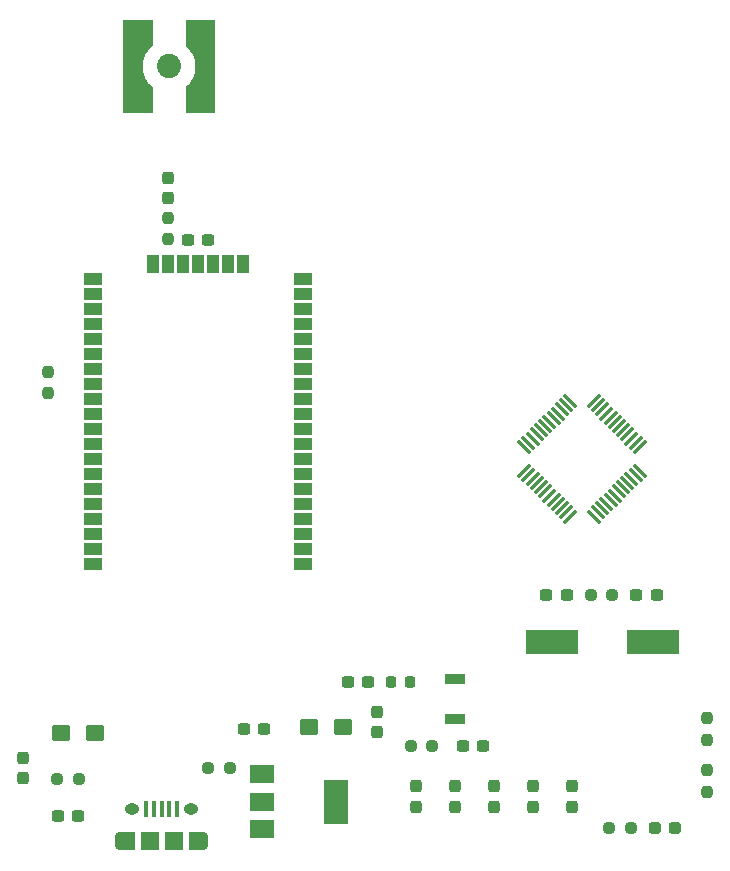
<source format=gbr>
%TF.GenerationSoftware,KiCad,Pcbnew,7.0.5*%
%TF.CreationDate,2024-05-26T12:51:26+03:00*%
%TF.ProjectId,LoRa_MuPr-VAF4751_L,4c6f5261-5f4d-4755-9072-2d5641463437,rev?*%
%TF.SameCoordinates,Original*%
%TF.FileFunction,Paste,Top*%
%TF.FilePolarity,Positive*%
%FSLAX46Y46*%
G04 Gerber Fmt 4.6, Leading zero omitted, Abs format (unit mm)*
G04 Created by KiCad (PCBNEW 7.0.5) date 2024-05-26 12:51:26*
%MOMM*%
%LPD*%
G01*
G04 APERTURE LIST*
G04 Aperture macros list*
%AMRoundRect*
0 Rectangle with rounded corners*
0 $1 Rounding radius*
0 $2 $3 $4 $5 $6 $7 $8 $9 X,Y pos of 4 corners*
0 Add a 4 corners polygon primitive as box body*
4,1,4,$2,$3,$4,$5,$6,$7,$8,$9,$2,$3,0*
0 Add four circle primitives for the rounded corners*
1,1,$1+$1,$2,$3*
1,1,$1+$1,$4,$5*
1,1,$1+$1,$6,$7*
1,1,$1+$1,$8,$9*
0 Add four rect primitives between the rounded corners*
20,1,$1+$1,$2,$3,$4,$5,0*
20,1,$1+$1,$4,$5,$6,$7,0*
20,1,$1+$1,$6,$7,$8,$9,0*
20,1,$1+$1,$8,$9,$2,$3,0*%
G04 Aperture macros list end*
%ADD10C,0.010000*%
%ADD11RoundRect,0.237500X0.237500X-0.250000X0.237500X0.250000X-0.237500X0.250000X-0.237500X-0.250000X0*%
%ADD12RoundRect,0.237500X-0.250000X-0.237500X0.250000X-0.237500X0.250000X0.237500X-0.250000X0.237500X0*%
%ADD13RoundRect,0.237500X-0.237500X0.250000X-0.237500X-0.250000X0.237500X-0.250000X0.237500X0.250000X0*%
%ADD14RoundRect,0.237500X0.237500X-0.300000X0.237500X0.300000X-0.237500X0.300000X-0.237500X-0.300000X0*%
%ADD15RoundRect,0.237500X-0.300000X-0.237500X0.300000X-0.237500X0.300000X0.237500X-0.300000X0.237500X0*%
%ADD16RoundRect,0.237500X0.300000X0.237500X-0.300000X0.237500X-0.300000X-0.237500X0.300000X-0.237500X0*%
%ADD17R,1.700000X0.900000*%
%ADD18RoundRect,0.250000X-0.537500X-0.425000X0.537500X-0.425000X0.537500X0.425000X-0.537500X0.425000X0*%
%ADD19R,4.500000X2.000000*%
%ADD20RoundRect,0.218750X0.218750X0.256250X-0.218750X0.256250X-0.218750X-0.256250X0.218750X-0.256250X0*%
%ADD21RoundRect,0.237500X-0.237500X0.287500X-0.237500X-0.287500X0.237500X-0.287500X0.237500X0.287500X0*%
%ADD22R,1.524000X1.016000*%
%ADD23R,1.016000X1.524000*%
%ADD24RoundRect,0.250000X0.537500X0.425000X-0.537500X0.425000X-0.537500X-0.425000X0.537500X-0.425000X0*%
%ADD25C,2.050000*%
%ADD26RoundRect,0.075000X-0.415425X-0.521491X0.521491X0.415425X0.415425X0.521491X-0.521491X-0.415425X0*%
%ADD27RoundRect,0.075000X0.415425X-0.521491X0.521491X-0.415425X-0.415425X0.521491X-0.521491X0.415425X0*%
%ADD28RoundRect,0.237500X0.287500X0.237500X-0.287500X0.237500X-0.287500X-0.237500X0.287500X-0.237500X0*%
%ADD29RoundRect,0.237500X-0.237500X0.300000X-0.237500X-0.300000X0.237500X-0.300000X0.237500X0.300000X0*%
%ADD30RoundRect,0.237500X0.250000X0.237500X-0.250000X0.237500X-0.250000X-0.237500X0.250000X-0.237500X0*%
%ADD31R,2.000000X1.500000*%
%ADD32R,2.000000X3.800000*%
%ADD33RoundRect,0.237500X0.237500X-0.287500X0.237500X0.287500X-0.237500X0.287500X-0.237500X-0.287500X0*%
%ADD34O,0.890000X1.550000*%
%ADD35O,1.250000X0.950000*%
%ADD36R,0.400000X1.350000*%
%ADD37R,1.200000X1.550000*%
%ADD38R,1.500000X1.550000*%
G04 APERTURE END LIST*
%TO.C,U5*%
D10*
X132210000Y-53280000D02*
X132147000Y-53334000D01*
X132097000Y-53380000D01*
X132049000Y-53427000D01*
X132002000Y-53475000D01*
X131956000Y-53525000D01*
X131912000Y-53576000D01*
X131870000Y-53628000D01*
X131829000Y-53682000D01*
X131789000Y-53736000D01*
X131751000Y-53792000D01*
X131715000Y-53849000D01*
X131680000Y-53907000D01*
X131648000Y-53966000D01*
X131617000Y-54025000D01*
X131587000Y-54086000D01*
X131560000Y-54148000D01*
X131534000Y-54210000D01*
X131510000Y-54273000D01*
X131488000Y-54337000D01*
X131467000Y-54401000D01*
X131449000Y-54466000D01*
X131432000Y-54531000D01*
X131418000Y-54597000D01*
X131405000Y-54663000D01*
X131394000Y-54730000D01*
X131386000Y-54797000D01*
X131379000Y-54864000D01*
X131374000Y-54931000D01*
X131371000Y-54998000D01*
X131370000Y-55050000D01*
X131371000Y-55102000D01*
X131374000Y-55169000D01*
X131379000Y-55236000D01*
X131386000Y-55303000D01*
X131394000Y-55370000D01*
X131405000Y-55437000D01*
X131418000Y-55503000D01*
X131432000Y-55569000D01*
X131449000Y-55634000D01*
X131467000Y-55699000D01*
X131488000Y-55763000D01*
X131510000Y-55827000D01*
X131534000Y-55890000D01*
X131560000Y-55952000D01*
X131587000Y-56014000D01*
X131617000Y-56075000D01*
X131648000Y-56134000D01*
X131680000Y-56193000D01*
X131715000Y-56251000D01*
X131751000Y-56308000D01*
X131789000Y-56364000D01*
X131829000Y-56418000D01*
X131870000Y-56472000D01*
X131912000Y-56524000D01*
X131956000Y-56575000D01*
X132002000Y-56625000D01*
X132049000Y-56673000D01*
X132097000Y-56720000D01*
X132147000Y-56766000D01*
X132210000Y-56820000D01*
X132210000Y-58930000D01*
X129770000Y-58930000D01*
X129770000Y-51170000D01*
X132210000Y-51170000D01*
X132210000Y-53280000D01*
G36*
X132210000Y-53280000D02*
G01*
X132147000Y-53334000D01*
X132097000Y-53380000D01*
X132049000Y-53427000D01*
X132002000Y-53475000D01*
X131956000Y-53525000D01*
X131912000Y-53576000D01*
X131870000Y-53628000D01*
X131829000Y-53682000D01*
X131789000Y-53736000D01*
X131751000Y-53792000D01*
X131715000Y-53849000D01*
X131680000Y-53907000D01*
X131648000Y-53966000D01*
X131617000Y-54025000D01*
X131587000Y-54086000D01*
X131560000Y-54148000D01*
X131534000Y-54210000D01*
X131510000Y-54273000D01*
X131488000Y-54337000D01*
X131467000Y-54401000D01*
X131449000Y-54466000D01*
X131432000Y-54531000D01*
X131418000Y-54597000D01*
X131405000Y-54663000D01*
X131394000Y-54730000D01*
X131386000Y-54797000D01*
X131379000Y-54864000D01*
X131374000Y-54931000D01*
X131371000Y-54998000D01*
X131370000Y-55050000D01*
X131371000Y-55102000D01*
X131374000Y-55169000D01*
X131379000Y-55236000D01*
X131386000Y-55303000D01*
X131394000Y-55370000D01*
X131405000Y-55437000D01*
X131418000Y-55503000D01*
X131432000Y-55569000D01*
X131449000Y-55634000D01*
X131467000Y-55699000D01*
X131488000Y-55763000D01*
X131510000Y-55827000D01*
X131534000Y-55890000D01*
X131560000Y-55952000D01*
X131587000Y-56014000D01*
X131617000Y-56075000D01*
X131648000Y-56134000D01*
X131680000Y-56193000D01*
X131715000Y-56251000D01*
X131751000Y-56308000D01*
X131789000Y-56364000D01*
X131829000Y-56418000D01*
X131870000Y-56472000D01*
X131912000Y-56524000D01*
X131956000Y-56575000D01*
X132002000Y-56625000D01*
X132049000Y-56673000D01*
X132097000Y-56720000D01*
X132147000Y-56766000D01*
X132210000Y-56820000D01*
X132210000Y-58930000D01*
X129770000Y-58930000D01*
X129770000Y-51170000D01*
X132210000Y-51170000D01*
X132210000Y-53280000D01*
G37*
X137530000Y-58930000D02*
X135090000Y-58930000D01*
X135090000Y-56820000D01*
X135153000Y-56766000D01*
X135203000Y-56720000D01*
X135251000Y-56673000D01*
X135298000Y-56625000D01*
X135344000Y-56575000D01*
X135388000Y-56524000D01*
X135430000Y-56472000D01*
X135471000Y-56418000D01*
X135511000Y-56364000D01*
X135549000Y-56308000D01*
X135585000Y-56251000D01*
X135620000Y-56193000D01*
X135652000Y-56134000D01*
X135683000Y-56075000D01*
X135713000Y-56014000D01*
X135740000Y-55952000D01*
X135766000Y-55890000D01*
X135790000Y-55827000D01*
X135812000Y-55763000D01*
X135833000Y-55699000D01*
X135851000Y-55634000D01*
X135868000Y-55569000D01*
X135882000Y-55503000D01*
X135895000Y-55437000D01*
X135906000Y-55370000D01*
X135914000Y-55303000D01*
X135921000Y-55236000D01*
X135926000Y-55169000D01*
X135929000Y-55102000D01*
X135930000Y-55050000D01*
X135929000Y-54998000D01*
X135926000Y-54931000D01*
X135921000Y-54864000D01*
X135914000Y-54797000D01*
X135906000Y-54730000D01*
X135895000Y-54663000D01*
X135882000Y-54597000D01*
X135868000Y-54531000D01*
X135851000Y-54466000D01*
X135833000Y-54401000D01*
X135812000Y-54337000D01*
X135790000Y-54273000D01*
X135766000Y-54210000D01*
X135740000Y-54148000D01*
X135713000Y-54086000D01*
X135683000Y-54025000D01*
X135652000Y-53966000D01*
X135620000Y-53907000D01*
X135585000Y-53849000D01*
X135549000Y-53792000D01*
X135511000Y-53736000D01*
X135471000Y-53682000D01*
X135430000Y-53628000D01*
X135388000Y-53576000D01*
X135344000Y-53525000D01*
X135298000Y-53475000D01*
X135251000Y-53427000D01*
X135203000Y-53380000D01*
X135153000Y-53334000D01*
X135090000Y-53280000D01*
X135090000Y-51170000D01*
X137530000Y-51170000D01*
X137530000Y-58930000D01*
G36*
X137530000Y-58930000D02*
G01*
X135090000Y-58930000D01*
X135090000Y-56820000D01*
X135153000Y-56766000D01*
X135203000Y-56720000D01*
X135251000Y-56673000D01*
X135298000Y-56625000D01*
X135344000Y-56575000D01*
X135388000Y-56524000D01*
X135430000Y-56472000D01*
X135471000Y-56418000D01*
X135511000Y-56364000D01*
X135549000Y-56308000D01*
X135585000Y-56251000D01*
X135620000Y-56193000D01*
X135652000Y-56134000D01*
X135683000Y-56075000D01*
X135713000Y-56014000D01*
X135740000Y-55952000D01*
X135766000Y-55890000D01*
X135790000Y-55827000D01*
X135812000Y-55763000D01*
X135833000Y-55699000D01*
X135851000Y-55634000D01*
X135868000Y-55569000D01*
X135882000Y-55503000D01*
X135895000Y-55437000D01*
X135906000Y-55370000D01*
X135914000Y-55303000D01*
X135921000Y-55236000D01*
X135926000Y-55169000D01*
X135929000Y-55102000D01*
X135930000Y-55050000D01*
X135929000Y-54998000D01*
X135926000Y-54931000D01*
X135921000Y-54864000D01*
X135914000Y-54797000D01*
X135906000Y-54730000D01*
X135895000Y-54663000D01*
X135882000Y-54597000D01*
X135868000Y-54531000D01*
X135851000Y-54466000D01*
X135833000Y-54401000D01*
X135812000Y-54337000D01*
X135790000Y-54273000D01*
X135766000Y-54210000D01*
X135740000Y-54148000D01*
X135713000Y-54086000D01*
X135683000Y-54025000D01*
X135652000Y-53966000D01*
X135620000Y-53907000D01*
X135585000Y-53849000D01*
X135549000Y-53792000D01*
X135511000Y-53736000D01*
X135471000Y-53682000D01*
X135430000Y-53628000D01*
X135388000Y-53576000D01*
X135344000Y-53525000D01*
X135298000Y-53475000D01*
X135251000Y-53427000D01*
X135203000Y-53380000D01*
X135153000Y-53334000D01*
X135090000Y-53280000D01*
X135090000Y-51170000D01*
X137530000Y-51170000D01*
X137530000Y-58930000D01*
G37*
%TD*%
D11*
%TO.C,R9*%
X133600000Y-69712500D03*
X133600000Y-67887500D03*
%TD*%
D12*
%TO.C,R3*%
X169402502Y-99849999D03*
X171227502Y-99849999D03*
%TD*%
D13*
%TO.C,R5*%
X179240000Y-110275000D03*
X179240000Y-112100000D03*
%TD*%
D14*
%TO.C,C11*%
X157882501Y-117762500D03*
X157882501Y-116037500D03*
%TD*%
%TO.C,C9*%
X167835001Y-117762500D03*
X167835001Y-116037500D03*
%TD*%
%TO.C,C12*%
X161200000Y-117762500D03*
X161200000Y-116037500D03*
%TD*%
D15*
%TO.C,C15*%
X135287500Y-69750000D03*
X137012500Y-69750000D03*
%TD*%
D16*
%TO.C,C2*%
X141759999Y-111155001D03*
X140034999Y-111155001D03*
%TD*%
D17*
%TO.C,SW1*%
X157894227Y-106926605D03*
X157894227Y-110326605D03*
%TD*%
D18*
%TO.C,C4*%
X145519999Y-111015001D03*
X148394999Y-111015001D03*
%TD*%
D19*
%TO.C,Y1*%
X174650000Y-103800000D03*
X166150000Y-103800000D03*
%TD*%
D16*
%TO.C,C1*%
X125982499Y-118527501D03*
X124257499Y-118527501D03*
%TD*%
D20*
%TO.C,L1*%
X154100000Y-107200000D03*
X152525000Y-107200000D03*
%TD*%
D16*
%TO.C,C8*%
X174992501Y-99849999D03*
X173267501Y-99849999D03*
%TD*%
D21*
%TO.C,D1*%
X121329999Y-113615001D03*
X121329999Y-115365001D03*
%TD*%
D12*
%TO.C,R8*%
X170975000Y-119550000D03*
X172800000Y-119550000D03*
%TD*%
D15*
%TO.C,C5*%
X165637500Y-99850000D03*
X167362500Y-99850000D03*
%TD*%
D22*
%TO.C,U3*%
X145000000Y-97230000D03*
X145000000Y-95960000D03*
X145000000Y-94690000D03*
X145000000Y-93420000D03*
X145000000Y-92150000D03*
X145000000Y-90880000D03*
X145000000Y-89610000D03*
X145000000Y-88340000D03*
X145000000Y-87070000D03*
X145000000Y-85800000D03*
X145000000Y-84530000D03*
X145000000Y-83260000D03*
X145000000Y-81990000D03*
X145000000Y-80720000D03*
X145000000Y-79450000D03*
X145000000Y-78180000D03*
X145000000Y-76910000D03*
X145000000Y-75640000D03*
X145000000Y-74370000D03*
X145000000Y-73100000D03*
D23*
X139920000Y-71830000D03*
X138650000Y-71830000D03*
X137380000Y-71830000D03*
X136110000Y-71830000D03*
X134840000Y-71830000D03*
X133570000Y-71830000D03*
X132300000Y-71830000D03*
D22*
X127220000Y-73100000D03*
X127220000Y-74370000D03*
X127220000Y-75640000D03*
X127220000Y-76910000D03*
X127220000Y-78180000D03*
X127220000Y-79450000D03*
X127220000Y-80720000D03*
X127220000Y-81990000D03*
X127220000Y-83260000D03*
X127220000Y-84530000D03*
X127220000Y-85800000D03*
X127220000Y-87070000D03*
X127220000Y-88340000D03*
X127220000Y-89610000D03*
X127220000Y-90880000D03*
X127220000Y-92150000D03*
X127220000Y-93420000D03*
X127220000Y-94690000D03*
X127220000Y-95960000D03*
X127220000Y-97230000D03*
%TD*%
D24*
%TO.C,C3*%
X127404999Y-111517501D03*
X124529999Y-111517501D03*
%TD*%
D25*
%TO.C,U5*%
X133650000Y-55050000D03*
%TD*%
D16*
%TO.C,C7*%
X150562500Y-107200000D03*
X148837500Y-107200000D03*
%TD*%
D12*
%TO.C,R4*%
X137000000Y-114450000D03*
X138825000Y-114450000D03*
%TD*%
D15*
%TO.C,C14*%
X158574227Y-112599105D03*
X160299227Y-112599105D03*
%TD*%
D26*
%TO.C,U4*%
X163771739Y-89297894D03*
X164125293Y-89651448D03*
X164478846Y-90005001D03*
X164832400Y-90358555D03*
X165185953Y-90712108D03*
X165539506Y-91065661D03*
X165893060Y-91419215D03*
X166246613Y-91772768D03*
X166600166Y-92126321D03*
X166953720Y-92479875D03*
X167307273Y-92833428D03*
X167660827Y-93186982D03*
D27*
X169658403Y-93186982D03*
X170011957Y-92833428D03*
X170365510Y-92479875D03*
X170719064Y-92126321D03*
X171072617Y-91772768D03*
X171426170Y-91419215D03*
X171779724Y-91065661D03*
X172133277Y-90712108D03*
X172486830Y-90358555D03*
X172840384Y-90005001D03*
X173193937Y-89651448D03*
X173547491Y-89297894D03*
D26*
X173547491Y-87300318D03*
X173193937Y-86946764D03*
X172840384Y-86593211D03*
X172486830Y-86239657D03*
X172133277Y-85886104D03*
X171779724Y-85532551D03*
X171426170Y-85178997D03*
X171072617Y-84825444D03*
X170719064Y-84471891D03*
X170365510Y-84118337D03*
X170011957Y-83764784D03*
X169658403Y-83411230D03*
D27*
X167660827Y-83411230D03*
X167307273Y-83764784D03*
X166953720Y-84118337D03*
X166600166Y-84471891D03*
X166246613Y-84825444D03*
X165893060Y-85178997D03*
X165539506Y-85532551D03*
X165185953Y-85886104D03*
X164832400Y-86239657D03*
X164478846Y-86593211D03*
X164125293Y-86946764D03*
X163771739Y-87300318D03*
%TD*%
D28*
%TO.C,D2*%
X176550000Y-119550000D03*
X174800000Y-119550000D03*
%TD*%
D29*
%TO.C,C6*%
X151300000Y-109737500D03*
X151300000Y-111462500D03*
%TD*%
D13*
%TO.C,R6*%
X179240000Y-114662500D03*
X179240000Y-116487500D03*
%TD*%
%TO.C,R2*%
X123460001Y-80917499D03*
X123460001Y-82742499D03*
%TD*%
D14*
%TO.C,C13*%
X164517501Y-117762500D03*
X164517501Y-116037500D03*
%TD*%
D30*
%TO.C,R7*%
X155999230Y-112599106D03*
X154174230Y-112599106D03*
%TD*%
D31*
%TO.C,U1*%
X141529999Y-115015001D03*
X141529999Y-117315001D03*
D32*
X147829999Y-117315001D03*
D31*
X141529999Y-119615001D03*
%TD*%
D30*
%TO.C,R1*%
X126054999Y-115397501D03*
X124229999Y-115397501D03*
%TD*%
D33*
%TO.C,L2*%
X133600000Y-66250000D03*
X133600000Y-64500000D03*
%TD*%
D14*
%TO.C,C10*%
X154565001Y-117762500D03*
X154565001Y-116037500D03*
%TD*%
D34*
%TO.C,U2*%
X129579999Y-120665001D03*
D35*
X130579999Y-117965001D03*
X135579999Y-117965001D03*
D34*
X136579999Y-120665001D03*
D36*
X131779999Y-117965001D03*
X132429999Y-117965001D03*
X133079999Y-117965001D03*
X133729999Y-117965001D03*
X134379999Y-117965001D03*
D37*
X130179999Y-120665001D03*
D38*
X132079999Y-120665001D03*
X134079999Y-120665001D03*
D37*
X135979999Y-120665001D03*
%TD*%
M02*

</source>
